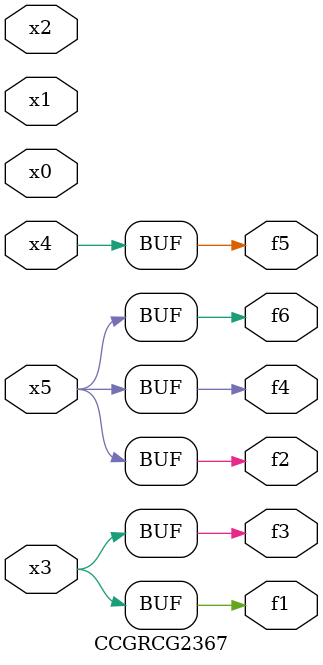
<source format=v>
module CCGRCG2367(
	input x0, x1, x2, x3, x4, x5,
	output f1, f2, f3, f4, f5, f6
);
	assign f1 = x3;
	assign f2 = x5;
	assign f3 = x3;
	assign f4 = x5;
	assign f5 = x4;
	assign f6 = x5;
endmodule

</source>
